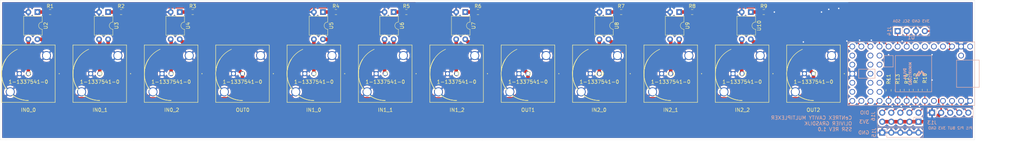
<source format=kicad_pcb>
(kicad_pcb (version 20171130) (host pcbnew "(5.1.5)-3")
  (layers (0 F.Cu signal) (31 B.Cu signal) (34 B.Paste user) (35 F.Paste user) (36 B.SilkS user) (37 F.SilkS user) (38 B.Mask user) (39 F.Mask user) (44 Edge.Cuts user))
  (net 0 "")
  (net 1 GND)
  (net 2 OUT0)
  (net 3 IN0_0)
  (net 4 IN0_1)
  (net 5 IN0_2)
  (net 6 OUT1)
  (net 7 IN1_0)
  (net 8 IN1_1)
  (net 9 IN1_2)
  (net 10 OUT2)
  (net 11 IN2_0)
  (net 12 IN2_1)
  (net 13 IN2_2)
  (net 14 PIN1)
  (net 15 PIN2)
  (net 16 PUSHBUTTON)
  (net 17 +3V3)
  (net 18 SCL_DISPLAY)
  (net 19 SDA_DISPLAY)
  (net 20 DIO4)
  (net 21 DIO3)
  (net 22 DIO2)
  (net 23 DIO1)
  (net 24 DIO0)
  (net 25 ENABLE0_0)
  (net 26 "Net-(R1-Pad1)")
  (net 27 ENABLE0_1)
  (net 28 "Net-(R2-Pad1)")
  (net 29 ENABLE0_2)
  (net 30 "Net-(R3-Pad1)")
  (net 31 ENABLE1_0)
  (net 32 "Net-(R4-Pad1)")
  (net 33 ENABLE1_1)
  (net 34 "Net-(R5-Pad1)")
  (net 35 ENABLE1_2)
  (net 36 "Net-(R6-Pad1)")
  (net 37 ENABLE2_0)
  (net 38 "Net-(R7-Pad1)")
  (net 39 ENABLE2_1)
  (net 40 "Net-(R8-Pad1)")
  (net 41 ENABLE2_2)
  (net 42 "Net-(R9-Pad1)")
  (net 43 "Net-(U1-Pad44)")
  (net 44 "Net-(U1-Pad43)")
  (net 45 "Net-(U1-Pad42)")
  (net 46 "Net-(U1-Pad41)")
  (net 47 "Net-(U1-Pad40)")
  (net 48 "Net-(U1-Pad39)")
  (net 49 "Net-(U1-Pad38)")
  (net 50 "Net-(U1-Pad37)")
  (net 51 "Net-(U1-Pad36)")
  (net 52 "Net-(U1-Pad35)")
  (net 53 "Net-(U1-Pad5)")
  (net 54 "Net-(U1-Pad34)")
  (net 55 "Net-(U1-Pad33)")
  (net 56 "Net-(U1-Pad30)")
  (net 57 "Net-(U1-Pad29)")
  (net 58 "Net-(U1-Pad28)")
  (net 59 "Net-(U1-Pad27)")
  (net 60 "Net-(U1-Pad15)")
  (net 61 "Net-(U1-Pad16)")
  (net 62 "Net-(U1-Pad19)")
  (net 63 "Net-(U1-Pad18)")
  (module Resistor_SMD:R_0805_2012Metric (layer F.Cu) (at 130.556 118.11)
    (fp_text reference R5 (at 0 -1.65) (layer F.SilkS))
    (fp_text value R220)
    (pad 2 smd roundrect (at 0.9375 0) (size 0.975 1.4) (layers F.Cu F.Paste F.Mask) (net 33 ENABLE1_1))
    (pad 1 smd roundrect (at -0.9375 0) (size 0.975 1.4) (layers F.Cu F.Paste F.Mask) (net 34 "Net-(R5-Pad1)"))
  )
  (module Resistor_SMD:R_0805_2012Metric (layer F.Cu) (at 230.7105 118.11)
    (fp_text reference R9 (at 0 -1.65) (layer F.SilkS))
    (fp_text value R220)
    (pad 2 smd roundrect (at 0.9375 0) (size 0.975 1.4) (layers F.Cu F.Paste F.Mask) (net 41 ENABLE2_2))
    (pad 1 smd roundrect (at -0.9375 0) (size 0.975 1.4) (layers F.Cu F.Paste F.Mask) (net 42 "Net-(R9-Pad1)"))
  )
  (module Resistor_SMD:R_0805_2012Metric (layer F.Cu) (at 210.6445 118.11)
    (fp_text reference R8 (at 0 -1.65) (layer F.SilkS))
    (fp_text value R220)
    (pad 2 smd roundrect (at 0.9375 0) (size 0.975 1.4) (layers F.Cu F.Paste F.Mask) (net 39 ENABLE2_1))
    (pad 1 smd roundrect (at -0.9375 0) (size 0.975 1.4) (layers F.Cu F.Paste F.Mask) (net 40 "Net-(R8-Pad1)"))
  )
  (module Package_DIP:DIP-4_W7.62mm (layer F.Cu) (at 227.076 118.11 270)
    (fp_text reference U10 (at 3.81 -2.33 90) (layer F.SilkS))
    (fp_text value TLP222A)
    (pad 4 thru_hole oval (at 7.62 0 270) (size 1.6 1.6) (drill 0.8) (layers *.Cu *.Mask) (net 10 OUT2))
    (pad 2 thru_hole oval (at 0 2.54 270) (size 1.6 1.6) (drill 0.8) (layers *.Cu *.Mask) (net 1 GND))
    (pad 3 thru_hole oval (at 7.62 2.54 270) (size 1.6 1.6) (drill 0.8) (layers *.Cu *.Mask) (net 13 IN2_2))
    (pad 1 thru_hole rect (at 0 0 270) (size 1.6 1.6) (drill 0.8) (layers *.Cu *.Mask) (net 42 "Net-(R9-Pad1)"))
  )
  (module Package_DIP:DIP-4_W7.62mm (layer F.Cu) (at 207.01 118.11 270)
    (fp_text reference U9 (at 3.81 -2.33 90) (layer F.SilkS))
    (fp_text value TLP222A)
    (pad 4 thru_hole oval (at 7.62 0 270) (size 1.6 1.6) (drill 0.8) (layers *.Cu *.Mask) (net 10 OUT2))
    (pad 2 thru_hole oval (at 0 2.54 270) (size 1.6 1.6) (drill 0.8) (layers *.Cu *.Mask) (net 1 GND))
    (pad 3 thru_hole oval (at 7.62 2.54 270) (size 1.6 1.6) (drill 0.8) (layers *.Cu *.Mask) (net 12 IN2_1))
    (pad 1 thru_hole rect (at 0 0 270) (size 1.6 1.6) (drill 0.8) (layers *.Cu *.Mask) (net 40 "Net-(R8-Pad1)"))
  )
  (module Package_DIP:DIP-4_W7.62mm (layer F.Cu) (at 187.198 118.11 270)
    (fp_text reference U8 (at 3.81 -2.33 90) (layer F.SilkS))
    (fp_text value TLP222A)
    (pad 4 thru_hole oval (at 7.62 0 270) (size 1.6 1.6) (drill 0.8) (layers *.Cu *.Mask) (net 10 OUT2))
    (pad 2 thru_hole oval (at 0 2.54 270) (size 1.6 1.6) (drill 0.8) (layers *.Cu *.Mask) (net 1 GND))
    (pad 3 thru_hole oval (at 7.62 2.54 270) (size 1.6 1.6) (drill 0.8) (layers *.Cu *.Mask) (net 11 IN2_0))
    (pad 1 thru_hole rect (at 0 0 270) (size 1.6 1.6) (drill 0.8) (layers *.Cu *.Mask) (net 38 "Net-(R7-Pad1)"))
  )
  (module Package_DIP:DIP-4_W7.62mm (layer F.Cu) (at 147.066 118.11 270)
    (fp_text reference U7 (at 3.81 -2.33 90) (layer F.SilkS))
    (fp_text value TLP222A)
    (pad 4 thru_hole oval (at 7.62 0 270) (size 1.6 1.6) (drill 0.8) (layers *.Cu *.Mask) (net 6 OUT1))
    (pad 2 thru_hole oval (at 0 2.54 270) (size 1.6 1.6) (drill 0.8) (layers *.Cu *.Mask) (net 1 GND))
    (pad 3 thru_hole oval (at 7.62 2.54 270) (size 1.6 1.6) (drill 0.8) (layers *.Cu *.Mask) (net 9 IN1_2))
    (pad 1 thru_hole rect (at 0 0 270) (size 1.6 1.6) (drill 0.8) (layers *.Cu *.Mask) (net 36 "Net-(R6-Pad1)"))
  )
  (module Package_DIP:DIP-4_W7.62mm (layer F.Cu) (at 127 118.11 270)
    (fp_text reference U6 (at 3.81 -2.33 90) (layer F.SilkS))
    (fp_text value TLP222A)
    (pad 4 thru_hole oval (at 7.62 0 270) (size 1.6 1.6) (drill 0.8) (layers *.Cu *.Mask) (net 6 OUT1))
    (pad 2 thru_hole oval (at 0 2.54 270) (size 1.6 1.6) (drill 0.8) (layers *.Cu *.Mask) (net 1 GND))
    (pad 3 thru_hole oval (at 7.62 2.54 270) (size 1.6 1.6) (drill 0.8) (layers *.Cu *.Mask) (net 8 IN1_1))
    (pad 1 thru_hole rect (at 0 0 270) (size 1.6 1.6) (drill 0.8) (layers *.Cu *.Mask) (net 34 "Net-(R5-Pad1)"))
  )
  (module Package_DIP:DIP-4_W7.62mm (layer F.Cu) (at 107.188 118.11 270)
    (fp_text reference U5 (at 3.81 -2.33 90) (layer F.SilkS))
    (fp_text value TLP222A)
    (pad 4 thru_hole oval (at 7.62 0 270) (size 1.6 1.6) (drill 0.8) (layers *.Cu *.Mask) (net 6 OUT1))
    (pad 2 thru_hole oval (at 0 2.54 270) (size 1.6 1.6) (drill 0.8) (layers *.Cu *.Mask) (net 1 GND))
    (pad 3 thru_hole oval (at 7.62 2.54 270) (size 1.6 1.6) (drill 0.8) (layers *.Cu *.Mask) (net 7 IN1_0))
    (pad 1 thru_hole rect (at 0 0 270) (size 1.6 1.6) (drill 0.8) (layers *.Cu *.Mask) (net 32 "Net-(R4-Pad1)"))
  )
  (module Package_DIP:DIP-4_W7.62mm (layer F.Cu) (at 67.056 118.11 270)
    (fp_text reference U4 (at 3.81 -2.33 90) (layer F.SilkS))
    (fp_text value TLP222A)
    (pad 4 thru_hole oval (at 7.62 0 270) (size 1.6 1.6) (drill 0.8) (layers *.Cu *.Mask) (net 2 OUT0))
    (pad 2 thru_hole oval (at 0 2.54 270) (size 1.6 1.6) (drill 0.8) (layers *.Cu *.Mask) (net 1 GND))
    (pad 3 thru_hole oval (at 7.62 2.54 270) (size 1.6 1.6) (drill 0.8) (layers *.Cu *.Mask) (net 5 IN0_2))
    (pad 1 thru_hole rect (at 0 0 270) (size 1.6 1.6) (drill 0.8) (layers *.Cu *.Mask) (net 30 "Net-(R3-Pad1)"))
  )
  (module Package_DIP:DIP-4_W7.62mm (layer F.Cu) (at 46.99 118.11 270)
    (fp_text reference U3 (at 3.81 -2.33 90) (layer F.SilkS))
    (fp_text value TLP222A)
    (pad 4 thru_hole oval (at 7.62 0 270) (size 1.6 1.6) (drill 0.8) (layers *.Cu *.Mask) (net 2 OUT0))
    (pad 2 thru_hole oval (at 0 2.54 270) (size 1.6 1.6) (drill 0.8) (layers *.Cu *.Mask) (net 1 GND))
    (pad 3 thru_hole oval (at 7.62 2.54 270) (size 1.6 1.6) (drill 0.8) (layers *.Cu *.Mask) (net 4 IN0_1))
    (pad 1 thru_hole rect (at 0 0 270) (size 1.6 1.6) (drill 0.8) (layers *.Cu *.Mask) (net 28 "Net-(R2-Pad1)"))
  )
  (module Package_DIP:DIP-4_W7.62mm (layer F.Cu) (at 27.178 118.11 270)
    (fp_text reference U2 (at 3.81 -2.33 90) (layer F.SilkS))
    (fp_text value TLP222A)
    (pad 4 thru_hole oval (at 7.62 0 270) (size 1.6 1.6) (drill 0.8) (layers *.Cu *.Mask) (net 2 OUT0))
    (pad 2 thru_hole oval (at 0 2.54 270) (size 1.6 1.6) (drill 0.8) (layers *.Cu *.Mask) (net 1 GND))
    (pad 3 thru_hole oval (at 7.62 2.54 270) (size 1.6 1.6) (drill 0.8) (layers *.Cu *.Mask) (net 3 IN0_0))
    (pad 1 thru_hole rect (at 0 0 270) (size 1.6 1.6) (drill 0.8) (layers *.Cu *.Mask) (net 26 "Net-(R1-Pad1)"))
  )
  (module parts:Teensy40 (layer B.Cu) (at 272.034 135.382 180)
    (fp_text reference U1 (at 0 10.16) (layer B.SilkS) (effects (justify mirror)))
    (fp_text value Teensy4.0)
    (fp_text user DVL6A (at 1.778 0 -90) (layer B.SilkS) (effects (font (size 0.7 0.7)) (justify mirror)))
    (fp_text user MIMXRT1062 (at 0.254 0 -90) (layer B.SilkS) (effects (font (size 0.7 0.7)) (justify mirror)))
    (pad 44 thru_hole circle (at 8.89 -5.08 180) (size 1.6 1.6) (drill 1.1) (layers *.Cu *.Mask) (net 43 "Net-(U1-Pad44)"))
    (pad 43 thru_hole circle (at 11.43 -5.08 180) (size 1.6 1.6) (drill 1.1) (layers *.Cu *.Mask) (net 44 "Net-(U1-Pad43)"))
    (pad 42 thru_hole circle (at 8.89 -2.54 180) (size 1.6 1.6) (drill 1.1) (layers *.Cu *.Mask) (net 45 "Net-(U1-Pad42)"))
    (pad 41 thru_hole circle (at 11.43 -2.54 180) (size 1.6 1.6) (drill 1.1) (layers *.Cu *.Mask) (net 46 "Net-(U1-Pad41)"))
    (pad 40 thru_hole circle (at 8.89 0 180) (size 1.6 1.6) (drill 1.1) (layers *.Cu *.Mask) (net 47 "Net-(U1-Pad40)"))
    (pad 39 thru_hole circle (at 11.43 0 180) (size 1.6 1.6) (drill 1.1) (layers *.Cu *.Mask) (net 48 "Net-(U1-Pad39)"))
    (pad 38 thru_hole circle (at 8.89 2.54 180) (size 1.6 1.6) (drill 1.1) (layers *.Cu *.Mask) (net 49 "Net-(U1-Pad38)"))
    (pad 37 thru_hole circle (at 11.43 2.54 180) (size 1.6 1.6) (drill 1.1) (layers *.Cu *.Mask) (net 50 "Net-(U1-Pad37)"))
    (pad 36 thru_hole circle (at 8.89 5.08 180) (size 1.6 1.6) (drill 1.1) (layers *.Cu *.Mask) (net 51 "Net-(U1-Pad36)"))
    (pad 35 thru_hole circle (at 11.43 5.08 180) (size 1.6 1.6) (drill 1.1) (layers *.Cu *.Mask) (net 52 "Net-(U1-Pad35)"))
    (pad 1 thru_hole circle (at -16.51 -7.62 180) (size 1.6 1.6) (drill 1.1) (layers *.Cu *.Mask) (net 1 GND))
    (pad 2 thru_hole circle (at -13.97 -7.62 180) (size 1.6 1.6) (drill 1.1) (layers *.Cu *.Mask) (net 14 PIN1))
    (pad 3 thru_hole circle (at -11.43 -7.62 180) (size 1.6 1.6) (drill 1.1) (layers *.Cu *.Mask) (net 15 PIN2))
    (pad 4 thru_hole circle (at -8.89 -7.62 180) (size 1.6 1.6) (drill 1.1) (layers *.Cu *.Mask) (net 16 PUSHBUTTON))
    (pad 5 thru_hole circle (at -6.35 -7.62 180) (size 1.6 1.6) (drill 1.1) (layers *.Cu *.Mask) (net 53 "Net-(U1-Pad5)"))
    (pad 6 thru_hole circle (at -3.81 -7.62 180) (size 1.6 1.6) (drill 1.1) (layers *.Cu *.Mask) (net 24 DIO0))
    (pad 7 thru_hole circle (at -1.27 -7.62 180) (size 1.6 1.6) (drill 1.1) (layers *.Cu *.Mask) (net 23 DIO1))
    (pad 8 thru_hole circle (at 1.27 -7.62 180) (size 1.6 1.6) (drill 1.1) (layers *.Cu *.Mask) (net 22 DIO2))
    (pad 9 thru_hole circle (at 3.81 -7.62 180) (size 1.6 1.6) (drill 1.1) (layers *.Cu *.Mask) (net 21 DIO3))
    (pad 10 thru_hole circle (at 6.35 -7.62 180) (size 1.6 1.6) (drill 1.1) (layers *.Cu *.Mask) (net 20 DIO4))
    (pad 11 thru_hole circle (at 8.89 -7.62 180) (size 1.6 1.6) (drill 1.1) (layers *.Cu *.Mask) (net 29 ENABLE0_2))
    (pad 12 thru_hole circle (at 11.43 -7.62 180) (size 1.6 1.6) (drill 1.1) (layers *.Cu *.Mask) (net 27 ENABLE0_1))
    (pad 13 thru_hole circle (at 13.97 -7.62 180) (size 1.6 1.6) (drill 1.1) (layers *.Cu *.Mask) (net 25 ENABLE0_0))
    (pad 34 thru_hole circle (at -13.97 5.08 180) (size 1.6 1.6) (drill 1.1) (layers *.Cu *.Mask) (net 54 "Net-(U1-Pad34)"))
    (pad 33 thru_hole circle (at -16.51 7.62 180) (size 1.6 1.6) (drill 1.1) (layers *.Cu *.Mask) (net 55 "Net-(U1-Pad33)"))
    (pad 32 thru_hole circle (at -13.97 7.62 180) (size 1.6 1.6) (drill 1.1) (layers *.Cu *.Mask) (net 1 GND))
    (pad 31 thru_hole circle (at -11.43 7.62 180) (size 1.6 1.6) (drill 1.1) (layers *.Cu *.Mask) (net 17 +3V3))
    (pad 30 thru_hole circle (at -8.89 7.62 180) (size 1.6 1.6) (drill 1.1) (layers *.Cu *.Mask) (net 56 "Net-(U1-Pad30)"))
    (pad 29 thru_hole circle (at -6.35 7.62 180) (size 1.6 1.6) (drill 1.1) (layers *.Cu *.Mask) (net 57 "Net-(U1-Pad29)"))
    (pad 28 thru_hole circle (at -3.81 7.62 180) (size 1.6 1.6) (drill 1.1) (layers *.Cu *.Mask) (net 58 "Net-(U1-Pad28)"))
    (pad 27 thru_hole circle (at -1.27 7.62 180) (size 1.6 1.6) (drill 1.1) (layers *.Cu *.Mask) (net 59 "Net-(U1-Pad27)"))
    (pad 26 thru_hole circle (at 1.27 7.62 180) (size 1.6 1.6) (drill 1.1) (layers *.Cu *.Mask) (net 18 SCL_DISPLAY))
    (pad 25 thru_hole circle (at 3.81 7.62 180) (size 1.6 1.6) (drill 1.1) (layers *.Cu *.Mask) (net 19 SDA_DISPLAY))
    (pad 24 thru_hole circle (at 6.35 7.62 180) (size 1.6 1.6) (drill 1.1) (layers *.Cu *.Mask) (net 33 ENABLE1_1))
    (pad 23 thru_hole circle (at 8.89 7.62 180) (size 1.6 1.6) (drill 1.1) (layers *.Cu *.Mask) (net 35 ENABLE1_2))
    (pad 22 thru_hole circle (at 11.43 7.62 180) (size 1.6 1.6) (drill 1.1) (layers *.Cu *.Mask) (net 37 ENABLE2_0))
    (pad 21 thru_hole circle (at 13.97 7.62 180) (size 1.6 1.6) (drill 1.1) (layers *.Cu *.Mask) (net 39 ENABLE2_1))
    (pad 14 thru_hole circle (at 16.51 -7.62 180) (size 1.6 1.6) (drill 1.1) (layers *.Cu *.Mask) (net 31 ENABLE1_0))
    (pad 15 thru_hole circle (at 16.51 -5.08 180) (size 1.6 1.6) (drill 1.1) (layers *.Cu *.Mask) (net 60 "Net-(U1-Pad15)"))
    (pad 16 thru_hole circle (at 16.51 -2.54 180) (size 1.6 1.6) (drill 1.1) (layers *.Cu *.Mask) (net 61 "Net-(U1-Pad16)"))
    (pad 20 thru_hole circle (at 16.51 7.62 180) (size 1.6 1.6) (drill 1.1) (layers *.Cu *.Mask) (net 41 ENABLE2_2))
    (pad 19 thru_hole circle (at 16.51 5.08 180) (size 1.6 1.6) (drill 1.1) (layers *.Cu *.Mask) (net 62 "Net-(U1-Pad19)"))
    (pad 18 thru_hole circle (at 16.51 2.54 180) (size 1.6 1.6) (drill 1.1) (layers *.Cu *.Mask) (net 63 "Net-(U1-Pad18)"))
    (pad 17 thru_hole circle (at 16.51 0 180) (size 1.6 1.6) (drill 1.1) (layers *.Cu *.Mask) (net 1 GND))
  )
  (module Resistor_SMD:R_0805_2012Metric (layer F.Cu) (at 270.764 139.954 270)
    (fp_text reference R14 (at -3.1265 0 90) (layer F.SilkS))
    (fp_text value R1K)
    (pad 2 smd roundrect (at 0.9375 0 270) (size 0.975 1.4) (layers F.Cu F.Paste F.Mask) (net 22 DIO2))
    (pad 1 smd roundrect (at -0.9375 0 270) (size 0.975 1.4) (layers F.Cu F.Paste F.Mask) (net 1 GND))
  )
  (module Resistor_SMD:R_0805_2012Metric (layer F.Cu) (at 268.224 140.0325 270)
    (fp_text reference R13 (at -3.1265 0 270) (layer F.SilkS))
    (fp_text value R1K)
    (pad 2 smd roundrect (at 0.9375 0 270) (size 0.975 1.4) (layers F.Cu F.Paste F.Mask) (net 21 DIO3))
    (pad 1 smd roundrect (at -0.9375 0 270) (size 0.975 1.4) (layers F.Cu F.Paste F.Mask) (net 1 GND))
  )
  (module Resistor_SMD:R_0805_2012Metric (layer F.Cu) (at 273.304 139.954 270)
    (fp_text reference R12 (at -3.302 0 270) (layer F.SilkS))
    (fp_text value R1K)
    (pad 2 smd roundrect (at 0.9375 0 270) (size 0.975 1.4) (layers F.Cu F.Paste F.Mask) (net 23 DIO1))
    (pad 1 smd roundrect (at -0.9375 0 270) (size 0.975 1.4) (layers F.Cu F.Paste F.Mask) (net 1 GND))
  )
  (module Resistor_SMD:R_0805_2012Metric (layer F.Cu) (at 265.684 140.0325 270)
    (fp_text reference R11 (at -3.1265 0 90) (layer F.SilkS))
    (fp_text value R1K)
    (pad 2 smd roundrect (at 0.9375 0 270) (size 0.975 1.4) (layers F.Cu F.Paste F.Mask) (net 20 DIO4))
    (pad 1 smd roundrect (at -0.9375 0 270) (size 0.975 1.4) (layers F.Cu F.Paste F.Mask) (net 1 GND))
  )
  (module Resistor_SMD:R_0805_2012Metric (layer F.Cu) (at 275.844 139.954 270)
    (fp_text reference R10 (at -3.302 0 90) (layer F.SilkS))
    (fp_text value R1K)
    (pad 2 smd roundrect (at 0.9375 0 270) (size 0.975 1.4) (layers F.Cu F.Paste F.Mask) (net 24 DIO0))
    (pad 1 smd roundrect (at -0.9375 0 270) (size 0.975 1.4) (layers F.Cu F.Paste F.Mask) (net 1 GND))
  )
  (module Resistor_SMD:R_0805_2012Metric (layer F.Cu) (at 190.754 118.11)
    (fp_text reference R7 (at 0 -1.65) (layer F.SilkS))
    (fp_text value R220)
    (pad 2 smd roundrect (at 0.9375 0) (size 0.975 1.4) (layers F.Cu F.Paste F.Mask) (net 37 ENABLE2_0))
    (pad 1 smd roundrect (at -0.9375 0) (size 0.975 1.4) (layers F.Cu F.Paste F.Mask) (net 38 "Net-(R7-Pad1)"))
  )
  (module Resistor_SMD:R_0805_2012Metric (layer F.Cu) (at 150.622 118.11)
    (fp_text reference R6 (at 0 -1.65) (layer F.SilkS))
    (fp_text value R220)
    (pad 2 smd roundrect (at 0.9375 0) (size 0.975 1.4) (layers F.Cu F.Paste F.Mask) (net 35 ENABLE1_2))
    (pad 1 smd roundrect (at -0.9375 0) (size 0.975 1.4) (layers F.Cu F.Paste F.Mask) (net 36 "Net-(R6-Pad1)"))
  )
  (module Resistor_SMD:R_0805_2012Metric (layer F.Cu) (at 110.8225 118.11)
    (fp_text reference R4 (at 0 -1.65) (layer F.SilkS))
    (fp_text value R220)
    (pad 2 smd roundrect (at 0.9375 0) (size 0.975 1.4) (layers F.Cu F.Paste F.Mask) (net 31 ENABLE1_0))
    (pad 1 smd roundrect (at -0.9375 0) (size 0.975 1.4) (layers F.Cu F.Paste F.Mask) (net 32 "Net-(R4-Pad1)"))
  )
  (module Resistor_SMD:R_0805_2012Metric (layer F.Cu) (at 70.6905 118.11)
    (fp_text reference R3 (at 0 -1.65) (layer F.SilkS))
    (fp_text value R220)
    (pad 2 smd roundrect (at 0.9375 0) (size 0.975 1.4) (layers F.Cu F.Paste F.Mask) (net 29 ENABLE0_2))
    (pad 1 smd roundrect (at -0.9375 0) (size 0.975 1.4) (layers F.Cu F.Paste F.Mask) (net 30 "Net-(R3-Pad1)"))
  )
  (module Resistor_SMD:R_0805_2012Metric (layer F.Cu) (at 50.6245 118.11)
    (fp_text reference R2 (at 0 -1.65) (layer F.SilkS))
    (fp_text value R220)
    (pad 2 smd roundrect (at 0.9375 0) (size 0.975 1.4) (layers F.Cu F.Paste F.Mask) (net 27 ENABLE0_1))
    (pad 1 smd roundrect (at -0.9375 0) (size 0.975 1.4) (layers F.Cu F.Paste F.Mask) (net 28 "Net-(R2-Pad1)"))
  )
  (module Resistor_SMD:R_0805_2012Metric (layer F.Cu) (at 30.734 118.11)
    (fp_text reference R1 (at 0 -1.65) (layer F.SilkS))
    (fp_text value R220)
    (pad 2 smd roundrect (at 0.9375 0) (size 0.975 1.4) (layers F.Cu F.Paste F.Mask) (net 25 ENABLE0_0))
    (pad 1 smd roundrect (at -0.9375 0) (size 0.975 1.4) (layers F.Cu F.Paste F.Mask) (net 26 "Net-(R1-Pad1)"))
  )
  (module Connector_PinHeader_2.54mm:PinHeader_2x05_P2.54mm_Vertical (layer B.Cu) (at 274.066 148.844 90)
    (fp_text reference J16 (at 1.524 -12.7 270) (layer B.SilkS) (effects (justify mirror)))
    (fp_text value Conn_02x05_Odd_Even)
    (pad 10 thru_hole oval (at 2.54 -10.16 90) (size 1.7 1.7) (drill 1) (layers *.Cu *.Mask) (net 20 DIO4))
    (pad 9 thru_hole oval (at 0 -10.16 90) (size 1.7 1.7) (drill 1) (layers *.Cu *.Mask) (net 17 +3V3))
    (pad 8 thru_hole oval (at 2.54 -7.62 90) (size 1.7 1.7) (drill 1) (layers *.Cu *.Mask) (net 21 DIO3))
    (pad 7 thru_hole oval (at 0 -7.62 90) (size 1.7 1.7) (drill 1) (layers *.Cu *.Mask) (net 17 +3V3))
    (pad 6 thru_hole oval (at 2.54 -5.08 90) (size 1.7 1.7) (drill 1) (layers *.Cu *.Mask) (net 22 DIO2))
    (pad 5 thru_hole oval (at 0 -5.08 90) (size 1.7 1.7) (drill 1) (layers *.Cu *.Mask) (net 17 +3V3))
    (pad 4 thru_hole oval (at 2.54 -2.54 90) (size 1.7 1.7) (drill 1) (layers *.Cu *.Mask) (net 23 DIO1))
    (pad 3 thru_hole oval (at 0 -2.54 90) (size 1.7 1.7) (drill 1) (layers *.Cu *.Mask) (net 17 +3V3))
    (pad 2 thru_hole oval (at 2.54 0 90) (size 1.7 1.7) (drill 1) (layers *.Cu *.Mask) (net 24 DIO0))
    (pad 1 thru_hole rect (at 0 0 90) (size 1.7 1.7) (drill 1) (layers *.Cu *.Mask) (net 17 +3V3))
  )
  (module Connector_PinHeader_2.54mm:PinHeader_1x05_P2.54mm_Vertical (layer B.Cu) (at 263.906 151.892 270)
    (fp_text reference J15 (at 0 2.33 270) (layer B.SilkS) (effects (justify mirror)))
    (fp_text value Conn_01x05)
    (pad 5 thru_hole oval (at 0 -10.16 270) (size 1.7 1.7) (drill 1) (layers *.Cu *.Mask) (net 1 GND))
    (pad 4 thru_hole oval (at 0 -7.62 270) (size 1.7 1.7) (drill 1) (layers *.Cu *.Mask) (net 1 GND))
    (pad 3 thru_hole oval (at 0 -5.08 270) (size 1.7 1.7) (drill 1) (layers *.Cu *.Mask) (net 1 GND))
    (pad 2 thru_hole oval (at 0 -2.54 270) (size 1.7 1.7) (drill 1) (layers *.Cu *.Mask) (net 1 GND))
    (pad 1 thru_hole rect (at 0 0 270) (size 1.7 1.7) (drill 1) (layers *.Cu *.Mask) (net 1 GND))
  )
  (module Connector_PinHeader_2.54mm:PinHeader_1x04_P2.54mm_Vertical (layer B.Cu) (at 268.224 123.444 270)
    (fp_text reference J14 (at 0 2.33 270) (layer B.SilkS) (effects (justify mirror)))
    (fp_text value Conn_01x04)
    (pad 4 thru_hole oval (at 0 -7.62 270) (size 1.7 1.7) (drill 1) (layers *.Cu *.Mask) (net 17 +3V3))
    (pad 3 thru_hole oval (at 0 -5.08 270) (size 1.7 1.7) (drill 1) (layers *.Cu *.Mask) (net 1 GND))
    (pad 2 thru_hole oval (at 0 -2.54 270) (size 1.7 1.7) (drill 1) (layers *.Cu *.Mask) (net 18 SCL_DISPLAY))
    (pad 1 thru_hole rect (at 0 0 270) (size 1.7 1.7) (drill 1) (layers *.Cu *.Mask) (net 19 SDA_DISPLAY))
  )
  (module Connector_PinHeader_2.54mm:PinHeader_1x05_P2.54mm_Vertical (layer B.Cu) (at 277.876 146.304 270)
    (fp_text reference J13 (at 2.794 0) (layer B.SilkS) (effects (justify mirror)))
    (fp_text value Conn_01x05)
    (pad 5 thru_hole oval (at 0 -10.16 270) (size 1.7 1.7) (drill 1) (layers *.Cu *.Mask) (net 14 PIN1))
    (pad 4 thru_hole oval (at 0 -7.62 270) (size 1.7 1.7) (drill 1) (layers *.Cu *.Mask) (net 15 PIN2))
    (pad 3 thru_hole oval (at 0 -5.08 270) (size 1.7 1.7) (drill 1) (layers *.Cu *.Mask) (net 16 PUSHBUTTON))
    (pad 2 thru_hole oval (at 0 -2.54 270) (size 1.7 1.7) (drill 1) (layers *.Cu *.Mask) (net 17 +3V3))
    (pad 1 thru_hole rect (at 0 0 270) (size 1.7 1.7) (drill 1) (layers *.Cu *.Mask) (net 1 GND))
  )
  (module parts:1-1337541-0 (layer F.Cu) (at 224.638 135.382)
    (fp_text reference J12 (at 0 0) (layer F.SilkS))
    (fp_text value 1-1337541-0 (at 0 2.286) (layer F.SilkS))
    (fp_text user * (at 0 0) (layer F.SilkS))
    (pad 4 thru_hole circle (at 5.08 -5.08) (size 2.5146 2.5146) (drill 2.0066) (layers *.Cu *.Mask) (net 1 GND))
    (pad 3 thru_hole circle (at -5.08 5.08) (size 2.5146 2.5146) (drill 2.0066) (layers *.Cu *.Mask) (net 1 GND))
    (pad 2 thru_hole circle (at -2.54 0) (size 1.397 1.397) (drill 0.889) (layers *.Cu *.Mask) (net 1 GND))
    (pad 1 thru_hole circle (at 0 0) (size 1.397 1.397) (drill 0.889) (layers *.Cu *.Mask) (net 13 IN2_2))
  )
  (module parts:1-1337541-0 (layer F.Cu) (at 204.638 135.382)
    (fp_text reference J11 (at 0 0) (layer F.SilkS))
    (fp_text value 1-1337541-0 (at 0 2.286) (layer F.SilkS))
    (fp_text user * (at 0 0) (layer F.SilkS))
    (pad 4 thru_hole circle (at 5.08 -5.08) (size 2.5146 2.5146) (drill 2.0066) (layers *.Cu *.Mask) (net 1 GND))
    (pad 3 thru_hole circle (at -5.08 5.08) (size 2.5146 2.5146) (drill 2.0066) (layers *.Cu *.Mask) (net 1 GND))
    (pad 2 thru_hole circle (at -2.54 0) (size 1.397 1.397) (drill 0.889) (layers *.Cu *.Mask) (net 1 GND))
    (pad 1 thru_hole circle (at 0 0) (size 1.397 1.397) (drill 0.889) (layers *.Cu *.Mask) (net 12 IN2_1))
  )
  (module parts:1-1337541-0 (layer F.Cu) (at 184.638 135.382)
    (fp_text reference J10 (at 0 0) (layer F.SilkS))
    (fp_text value 1-1337541-0 (at 0 2.286) (layer F.SilkS))
    (fp_text user * (at 0 0) (layer F.SilkS))
    (pad 4 thru_hole circle (at 5.08 -5.08) (size 2.5146 2.5146) (drill 2.0066) (layers *.Cu *.Mask) (net 1 GND))
    (pad 3 thru_hole circle (at -5.08 5.08) (size 2.5146 2.5146) (drill 2.0066) (layers *.Cu *.Mask) (net 1 GND))
    (pad 2 thru_hole circle (at -2.54 0) (size 1.397 1.397) (drill 0.889) (layers *.Cu *.Mask) (net 1 GND))
    (pad 1 thru_hole circle (at 0 0) (size 1.397 1.397) (drill 0.889) (layers *.Cu *.Mask) (net 11 IN2_0))
  )
  (module parts:1-1337541-0 (layer F.Cu) (at 244.638 135.382)
    (fp_text reference J9 (at 0 0) (layer F.SilkS))
    (fp_text value 1-1337541-0 (at 0 2.286) (layer F.SilkS))
    (fp_text user * (at 0 0) (layer F.SilkS))
    (pad 4 thru_hole circle (at 5.08 -5.08) (size 2.5146 2.5146) (drill 2.0066) (layers *.Cu *.Mask) (net 1 GND))
    (pad 3 thru_hole circle (at -5.08 5.08) (size 2.5146 2.5146) (drill 2.0066) (layers *.Cu *.Mask) (net 1 GND))
    (pad 2 thru_hole circle (at -2.54 0) (size 1.397 1.397) (drill 0.889) (layers *.Cu *.Mask) (net 1 GND))
    (pad 1 thru_hole circle (at 0 0) (size 1.397 1.397) (drill 0.889) (layers *.Cu *.Mask) (net 10 OUT2))
  )
  (module parts:1-1337541-0 (layer F.Cu) (at 144.638 135.382)
    (fp_text reference J8 (at 0 0) (layer F.SilkS))
    (fp_text value 1-1337541-0 (at 0 2.286) (layer F.SilkS))
    (fp_text user * (at 0 0) (layer F.SilkS))
    (pad 4 thru_hole circle (at 5.08 -5.08) (size 2.5146 2.5146) (drill 2.0066) (layers *.Cu *.Mask) (net 1 GND))
    (pad 3 thru_hole circle (at -5.08 5.08) (size 2.5146 2.5146) (drill 2.0066) (layers *.Cu *.Mask) (net 1 GND))
    (pad 2 thru_hole circle (at -2.54 0) (size 1.397 1.397) (drill 0.889) (layers *.Cu *.Mask) (net 1 GND))
    (pad 1 thru_hole circle (at 0 0) (size 1.397 1.397) (drill 0.889) (layers *.Cu *.Mask) (net 9 IN1_2))
  )
  (module parts:1-1337541-0 (layer F.Cu) (at 124.638 135.382)
    (fp_text reference J7 (at 0 0) (layer F.SilkS))
    (fp_text value 1-1337541-0 (at 0 2.286) (layer F.SilkS))
    (fp_text user * (at 0 0) (layer F.SilkS))
    (pad 4 thru_hole circle (at 5.08 -5.08) (size 2.5146 2.5146) (drill 2.0066) (layers *.Cu *.Mask) (net 1 GND))
    (pad 3 thru_hole circle (at -5.08 5.08) (size 2.5146 2.5146) (drill 2.0066) (layers *.Cu *.Mask) (net 1 GND))
    (pad 2 thru_hole circle (at -2.54 0) (size 1.397 1.397) (drill 0.889) (layers *.Cu *.Mask) (net 1 GND))
    (pad 1 thru_hole circle (at 0 0) (size 1.397 1.397) (drill 0.889) (layers *.Cu *.Mask) (net 8 IN1_1))
  )
  (module parts:1-1337541-0 (layer F.Cu) (at 104.638 135.382)
    (fp_text reference J6 (at 0 0) (layer F.SilkS))
    (fp_text value 1-1337541-0 (at 0 2.286) (layer F.SilkS))
    (fp_text user * (at 0 0) (layer F.SilkS))
    (pad 4 thru_hole circle (at 5.08 -5.08) (size 2.5146 2.5146) (drill 2.0066) (layers *.Cu *.Mask) (net 1 GND))
    (pad 3 thru_hole circle (at -5.08 5.08) (size 2.5146 2.5146) (drill 2.0066) (layers *.Cu *.Mask) (net 1 GND))
    (pad 2 thru_hole circle (at -2.54 0) (size 1.397 1.397) (drill 0.889) (layers *.Cu *.Mask) (net 1 GND))
    (pad 1 thru_hole circle (at 0 0) (size 1.397 1.397) (drill 0.889) (layers *.Cu *.Mask) (net 7 IN1_0))
  )
  (module parts:1-1337541-0 (layer F.Cu) (at 164.638 135.382)
    (fp_text reference J5 (at 0 0) (layer F.SilkS))
    (fp_text value 1-1337541-0 (at 0 2.286) (layer F.SilkS))
    (fp_text user * (at 0 0) (layer F.SilkS))
    (pad 4 thru_hole circle (at 5.08 -5.08) (size 2.5146 2.5146) (drill 2.0066) (layers *.Cu *.Mask) (net 1 GND))
    (pad 3 thru_hole circle (at -5.08 5.08) (size 2.5146 2.5146) (drill 2.0066) (layers *.Cu *.Mask) (net 1 GND))
    (pad 2 thru_hole circle (at -2.54 0) (size 1.397 1.397) (drill 0.889) (layers *.Cu *.Mask) (net 1 GND))
    (pad 1 thru_hole circle (at 0 0) (size 1.397 1.397) (drill 0.889) (layers *.Cu *.Mask) (net 6 OUT1))
  )
  (module parts:1-1337541-0 (layer F.Cu) (at 64.638 135.382)
    (fp_text reference J4 (at 0 0) (layer F.SilkS))
    (fp_text value 1-1337541-0 (at 0 2.286) (layer F.SilkS))
    (fp_text user * (at 0 0) (layer F.SilkS))
    (pad 4 thru_hole circle (at 5.08 -5.08) (size 2.5146 2.5146) (drill 2.0066) (layers *.Cu *.Mask) (net 1 GND))
    (pad 3 thru_hole circle (at -5.08 5.08) (size 2.5146 2.5146) (drill 2.0066) (layers *.Cu *.Mask) (net 1 GND))
    (pad 2 thru_hole circle (at -2.54 0) (size 1.397 1.397) (drill 0.889) (layers *.Cu *.Mask) (net 1 GND))
    (pad 1 thru_hole circle (at 0 0) (size 1.397 1.397) (drill 0.889) (layers *.Cu *.Mask) (net 5 IN0_2))
  )
  (module parts:1-1337541-0 (layer F.Cu) (at 44.638 135.382)
    (fp_text reference J3 (at 0 0) (layer F.SilkS))
    (fp_text value 1-1337541-0 (at 0 2.286) (layer F.SilkS))
    (fp_text user * (at 0 0) (layer F.SilkS))
    (pad 4 thru_hole circle (at 5.08 -5.08) (size 2.5146 2.5146) (drill 2.0066) (layers *.Cu *.Mask) (net 1 GND))
    (pad 3 thru_hole circle (at -5.08 5.08) (size 2.5146 2.5146) (drill 2.0066) (layers *.Cu *.Mask) (net 1 GND))
    (pad 2 thru_hole circle (at -2.54 0) (size 1.397 1.397) (drill 0.889) (layers *.Cu *.Mask) (net 1 GND))
    (pad 1 thru_hole circle (at 0 0) (size 1.397 1.397) (drill 0.889) (layers *.Cu *.Mask) (net 4 IN0_1))
  )
  (module parts:1-1337541-0 (layer F.Cu) (at 24.638 135.382)
    (fp_text reference J2 (at 0 0) (layer F.SilkS))
    (fp_text value 1-1337541-0 (at 0 2.286) (layer F.SilkS))
    (fp_text user * (at 0 0) (layer F.SilkS))
    (pad 4 thru_hole circle (at 5.08 -5.08) (size 2.5146 2.5146) (drill 2.0066) (layers *.Cu *.Mask) (net 1 GND))
    (pad 3 thru_hole circle (at -5.08 5.08) (size 2.5146 2.5146) (drill 2.0066) (layers *.Cu *.Mask) (net 1 GND))
    (pad 2 thru_hole circle (at -2.54 0) (size 1.397 1.397) (drill 0.889) (layers *.Cu *.Mask) (net 1 GND))
    (pad 1 thru_hole circle (at 0 0) (size 1.397 1.397) (drill 0.889) (layers *.Cu *.Mask) (net 3 IN0_0))
  )
  (module parts:1-1337541-0 (layer F.Cu) (at 84.638 135.382)
    (fp_text reference J1 (at 0 0) (layer F.SilkS))
    (fp_text value 1-1337541-0 (at 0 2.286) (layer F.SilkS))
    (fp_text user * (at 0 0) (layer F.SilkS))
    (pad 4 thru_hole circle (at 5.08 -5.08) (size 2.5146 2.5146) (drill 2.0066) (layers *.Cu *.Mask) (net 1 GND))
    (pad 3 thru_hole circle (at -5.08 5.08) (size 2.5146 2.5146) (drill 2.0066) (layers *.Cu *.Mask) (net 1 GND))
    (pad 2 thru_hole circle (at -2.54 0) (size 1.397 1.397) (drill 0.889) (layers *.Cu *.Mask) (net 1 GND))
    (pad 1 thru_hole circle (at 0 0) (size 1.397 1.397) (drill 0.889) (layers *.Cu *.Mask) (net 2 OUT0))
  )
  (gr_text OUT2 (at 244.602 145.542) (layer F.SilkS) (effects (font (size 1 1))))
  (gr_text IN2_0 (at 184.542552 145.542) (layer F.SilkS) (effects (font (size 1 1))))
  (gr_text IN2_2 (at 224.709166 145.542) (layer F.SilkS) (effects (font (size 1 1))))
  (gr_text IN2_1 (at 204.625859 145.542) (layer F.SilkS) (effects (font (size 1 1))))
  (gr_text OUT1 (at 164.649721 145.542) (layer F.SilkS) (effects (font (size 1 1))))
  (gr_text IN1_0 (at 104.590276 145.542) (layer F.SilkS) (effects (font (size 1 1))))
  (gr_text IN1_2 (at 144.75689 145.542) (layer F.SilkS) (effects (font (size 1 1))))
  (gr_text IN1_1 (at 124.673583 145.542) (layer F.SilkS) (effects (font (size 1 1))))
  (gr_text OUT0 (at 84.697445 145.542) (layer F.SilkS) (effects (font (size 1 1))))
  (gr_text IN0_2 (at 64.804614 145.542) (layer F.SilkS) (effects (font (size 1 1))))
  (gr_text IN0_1 (at 44.721307 145.542) (layer F.SilkS) (effects (font (size 1 1))))
  (gr_text IN0_0 (at 24.638 145.542) (layer F.SilkS) (effects (font (size 1 1))))
  (gr_text "CeNTREX CAVITY MULTIPLEXER\nOLIVIER GRASDIJK\nSSR REV 1.0" (at 255.524 149.352) (layer B.SilkS) (effects (font (size 1 1)) (justify left mirror)))
  (gr_text "3V3 GND SCL SDA" (at 272.034 120.65) (layer B.SilkS) (effects (font (size 0.75 0.75) (thickness 0.12)) (justify mirror)))
  (gr_text DIO (at 260.35 146.304) (layer B.SilkS) (effects (font (size 1 1)) (justify left mirror)))
  (gr_text 3V3 (at 260.35 148.844) (layer B.SilkS) (effects (font (size 1 1)) (justify left mirror)))
  (gr_text GND (at 260.35 151.892) (layer B.SilkS) (effects (font (size 1 1)) (justify left mirror)))
  (gr_line (start 289.814 114.808) (end 289.814 130.81) (layer Edge.Cuts) (width 0.05))
  (gr_line (start 250.952 114.808) (end 289.814 114.808) (layer Edge.Cuts) (width 0.05))
  (gr_line (start 16.764 114.808) (end 250.952 114.808) (layer Edge.Cuts) (width 0.05))
  (gr_line (start 16.764 115.316) (end 16.764 114.808) (layer Edge.Cuts) (width 0.05))
  (gr_line (start 16.764 116.078) (end 16.764 115.316) (layer Edge.Cuts) (width 0.05))
  (gr_line (start 16.764 117.856) (end 16.764 116.078) (layer Edge.Cuts) (width 0.05))
  (gr_line (start 16.764 153.924) (end 16.764 117.856) (layer Edge.Cuts) (width 0.05))
  (gr_line (start 18.288 153.924) (end 16.764 153.924) (layer Edge.Cuts) (width 0.05))
  (gr_line (start 54.356 153.924) (end 18.288 153.924) (layer Edge.Cuts) (width 0.05))
  (gr_line (start 151.638 153.924) (end 54.356 153.924) (layer Edge.Cuts) (width 0.05))
  (gr_line (start 218.948 153.924) (end 151.638 153.924) (layer Edge.Cuts) (width 0.05))
  (gr_line (start 250.952 153.924) (end 218.948 153.924) (layer Edge.Cuts) (width 0.05))
  (gr_line (start 289.814 153.924) (end 250.952 153.924) (layer Edge.Cuts) (width 0.05))
  (gr_line (start 289.814 153.162) (end 289.814 153.924) (layer Edge.Cuts) (width 0.05))
  (gr_line (start 289.814 130.81) (end 289.814 153.162) (layer Edge.Cuts) (width 0.05))
  (gr_text "PI1 PI2 BUT 3V3 GND" (at 282.956 150.622) (layer B.SilkS) (effects (font (size 0.75 0.75) (thickness 0.12)) (justify mirror)))
  (via (at 233.68 118.11) (size 0.8) (drill 0.4) (layers F.Cu B.Cu) (net 1))
  (via (at 254 126.238) (size 0.8) (drill 0.4) (layers F.Cu B.Cu) (net 1))
  (via (at 241.808 126.492) (size 0.8) (drill 0.4) (layers F.Cu B.Cu) (net 1))
  (via (at 246.888 118.11) (size 0.8) (drill 0.4) (layers F.Cu B.Cu) (net 1))
  (via (at 257.556 125.984) (size 0.8) (drill 0.4) (layers F.Cu B.Cu) (net 1))
  (via (at 248.92 117.348) (size 0.8) (drill 0.4) (layers F.Cu B.Cu) (net 1))
  (via (at 251.714 117.094) (size 0.8) (drill 0.4) (layers F.Cu B.Cu) (net 1))
  (via (at 260.858 125.984) (size 0.8) (drill 0.4) (layers F.Cu B.Cu) (net 1))
  (via (at 269.494 126.238) (size 0.8) (drill 0.4) (layers F.Cu B.Cu) (net 1))
  (via (at 269.24 144.526) (size 0.8) (drill 0.4) (layers F.Cu B.Cu) (net 1))
  (via (at 271.78 144.526) (size 0.8) (drill 0.4) (layers F.Cu B.Cu) (net 1))
  (via (at 274.32 144.526) (size 0.8) (drill 0.4) (layers F.Cu B.Cu) (net 1))
  (via (at 266.7 144.526) (size 0.8) (drill 0.4) (layers F.Cu B.Cu) (net 1))
  (via (at 265.684 137.16) (size 0.8) (drill 0.4) (layers F.Cu B.Cu) (net 1))
  (via (at 277.876 137.16) (size 0.8) (drill 0.4) (layers F.Cu B.Cu) (net 1))
  (via (at 277.876 130.048) (size 0.8) (drill 0.4) (layers F.Cu B.Cu) (net 1))
  (via (at 265.684 130.048) (size 0.8) (drill 0.4) (layers F.Cu B.Cu) (net 1))
  (segment (start 28.30937 125.73) (end 35.052 132.47263) (width 1) (layer F.Cu) (net 2))
  (segment (start 27.178 125.73) (end 28.30937 125.73) (width 1) (layer F.Cu) (net 2))
  (segment (start 84.638 136.369828) (end 84.638 135.382) (width 1) (layer F.Cu) (net 2))
  (segment (start 84.638 138.278806) (end 84.638 136.369828) (width 1) (layer F.Cu) (net 2))
  (segment (start 80.497505 142.419301) (end 84.638 138.278806) (width 1) (layer F.Cu) (net 2))
  (segment (start 35.052 138.852806) (end 38.618495 142.419301) (width 1) (layer F.Cu) (net 2))
  (segment (start 35.052 132.47263) (end 35.052 138.852806) (width 1) (layer F.Cu) (net 2))
  (segment (start 83.939501 134.683501) (end 84.638 135.382) (width 1) (layer F.Cu) (net 2))
  (segment (start 75.785999 126.529999) (end 83.939501 134.683501) (width 1) (layer F.Cu) (net 2))
  (segment (start 67.855999 126.529999) (end 75.785999 126.529999) (width 1) (layer F.Cu) (net 2))
  (segment (start 67.056 125.73) (end 67.855999 126.529999) (width 1) (layer F.Cu) (net 2))
  (segment (start 46.99 130.790806) (end 58.693194 142.494) (width 1) (layer F.Cu) (net 2))
  (segment (start 58.693194 142.494) (end 60.96 142.494) (width 1) (layer F.Cu) (net 2))
  (segment (start 46.99 125.73) (end 46.99 130.790806) (width 1) (layer F.Cu) (net 2))
  (segment (start 38.618495 142.419301) (end 60.96 142.494) (width 1) (layer F.Cu) (net 2))
  (segment (start 60.96 142.494) (end 80.497505 142.419301) (width 1) (layer F.Cu) (net 2))
  (segment (start 24.638 135.382) (end 24.638 125.73) (width 1) (layer F.Cu) (net 3))
  (segment (start 44.638 125.918) (end 44.45 125.73) (width 1) (layer F.Cu) (net 4))
  (segment (start 44.638 135.382) (end 44.638 125.918) (width 1) (layer F.Cu) (net 4))
  (segment (start 64.638 125.852) (end 64.516 125.73) (width 1) (layer F.Cu) (net 5))
  (segment (start 64.638 135.382) (end 64.638 125.852) (width 1) (layer F.Cu) (net 5))
  (segment (start 108.31937 125.73) (end 114.554 131.96463) (width 1) (layer F.Cu) (net 6))
  (segment (start 107.188 125.73) (end 108.31937 125.73) (width 1) (layer F.Cu) (net 6))
  (segment (start 164.638 136.369828) (end 164.638 135.382) (width 1) (layer F.Cu) (net 6))
  (segment (start 164.638 138.278806) (end 164.638 136.369828) (width 1) (layer F.Cu) (net 6))
  (segment (start 160.497505 142.419301) (end 164.638 138.278806) (width 1) (layer F.Cu) (net 6))
  (segment (start 114.554 138.354806) (end 118.618495 142.419301) (width 1) (layer F.Cu) (net 6))
  (segment (start 114.554 131.96463) (end 114.554 138.354806) (width 1) (layer F.Cu) (net 6))
  (segment (start 138.693194 142.494) (end 140.716 142.494) (width 1) (layer F.Cu) (net 6))
  (segment (start 127 125.73) (end 127 130.800806) (width 1) (layer F.Cu) (net 6))
  (segment (start 118.618495 142.419301) (end 140.716 142.494) (width 1) (layer F.Cu) (net 6))
  (segment (start 127 130.800806) (end 138.693194 142.494) (width 1) (layer F.Cu) (net 6))
  (segment (start 140.716 142.494) (end 160.497505 142.419301) (width 1) (layer F.Cu) (net 6))
  (segment (start 163.939501 134.683501) (end 164.638 135.382) (width 1) (layer F.Cu) (net 6))
  (segment (start 155.785999 126.529999) (end 163.939501 134.683501) (width 1) (layer F.Cu) (net 6))
  (segment (start 147.865999 126.529999) (end 155.785999 126.529999) (width 1) (layer F.Cu) (net 6))
  (segment (start 147.066 125.73) (end 147.865999 126.529999) (width 1) (layer F.Cu) (net 6))
  (segment (start 104.638 125.74) (end 104.648 125.73) (width 1) (layer F.Cu) (net 7))
  (segment (start 104.638 135.382) (end 104.638 125.74) (width 1) (layer F.Cu) (net 7))
  (segment (start 124.46 135.204) (end 124.638 135.382) (width 1) (layer F.Cu) (net 8))
  (segment (start 124.46 125.73) (end 124.46 135.204) (width 1) (layer F.Cu) (net 8))
  (segment (start 144.526 135.27) (end 144.638 135.382) (width 1) (layer F.Cu) (net 9))
  (segment (start 144.526 125.73) (end 144.526 135.27) (width 1) (layer F.Cu) (net 9))
  (segment (start 188.842805 126.529999) (end 194.564 132.251194) (width 1) (layer F.Cu) (net 10))
  (segment (start 187.198 125.73) (end 187.997999 126.529999) (width 1) (layer F.Cu) (net 10))
  (segment (start 187.997999 126.529999) (end 188.842805 126.529999) (width 1) (layer F.Cu) (net 10))
  (segment (start 244.638 136.369828) (end 244.638 135.382) (width 1) (layer F.Cu) (net 10))
  (segment (start 244.638 138.278806) (end 244.638 136.369828) (width 1) (layer F.Cu) (net 10))
  (segment (start 240.497505 142.419301) (end 244.638 138.278806) (width 1) (layer F.Cu) (net 10))
  (segment (start 194.564 138.364806) (end 198.618495 142.419301) (width 1) (layer F.Cu) (net 10))
  (segment (start 194.564 132.251194) (end 194.564 138.364806) (width 1) (layer F.Cu) (net 10))
  (segment (start 207.01 130.810806) (end 218.693194 142.494) (width 1) (layer F.Cu) (net 10))
  (segment (start 218.693194 142.494) (end 221.488 142.494) (width 1) (layer F.Cu) (net 10))
  (segment (start 198.618495 142.419301) (end 221.488 142.494) (width 1) (layer F.Cu) (net 10))
  (segment (start 207.01 125.73) (end 207.01 130.810806) (width 1) (layer F.Cu) (net 10))
  (segment (start 221.488 142.494) (end 240.497505 142.419301) (width 1) (layer F.Cu) (net 10))
  (segment (start 243.939501 134.683501) (end 244.638 135.382) (width 1) (layer F.Cu) (net 10))
  (segment (start 235.785999 126.529999) (end 243.939501 134.683501) (width 1) (layer F.Cu) (net 10))
  (segment (start 227.875999 126.529999) (end 235.785999 126.529999) (width 1) (layer F.Cu) (net 10))
  (segment (start 227.076 125.73) (end 227.875999 126.529999) (width 1) (layer F.Cu) (net 10))
  (segment (start 184.638 125.75) (end 184.658 125.73) (width 1) (layer F.Cu) (net 11))
  (segment (start 184.638 135.382) (end 184.638 125.75) (width 1) (layer F.Cu) (net 11))
  (segment (start 204.638 125.898) (end 204.47 125.73) (width 1) (layer F.Cu) (net 12))
  (segment (start 204.638 135.382) (end 204.638 125.898) (width 1) (layer F.Cu) (net 12))
  (segment (start 224.536 135.28) (end 224.638 135.382) (width 1) (layer F.Cu) (net 13))
  (segment (start 224.536 125.73) (end 224.536 135.28) (width 1) (layer F.Cu) (net 13))
  (segment (start 286.004 144.272) (end 286.004 143.002) (width 0.25) (layer F.Cu) (net 14))
  (segment (start 288.036 146.304) (end 286.004 144.272) (width 0.25) (layer F.Cu) (net 14))
  (segment (start 283.464 144.272) (end 283.464 143.002) (width 0.25) (layer F.Cu) (net 15))
  (segment (start 285.496 146.304) (end 283.464 144.272) (width 0.25) (layer F.Cu) (net 15))
  (segment (start 280.924 144.272) (end 280.924 143.002) (width 0.25) (layer F.Cu) (net 16))
  (segment (start 282.956 146.304) (end 280.924 144.272) (width 0.25) (layer F.Cu) (net 16))
  (segment (start 265.108081 148.844) (end 263.906 148.844) (width 1) (layer F.Cu) (net 17))
  (segment (start 278.296002 148.844) (end 265.108081 148.844) (width 1) (layer F.Cu) (net 17))
  (segment (start 279.566001 147.574001) (end 278.296002 148.844) (width 1) (layer F.Cu) (net 17))
  (segment (start 279.566001 147.153999) (end 279.566001 147.574001) (width 1) (layer F.Cu) (net 17))
  (segment (start 280.416 146.304) (end 279.566001 147.153999) (width 1) (layer F.Cu) (net 17))
  (segment (start 282.664001 128.561999) (end 283.464 127.762) (width 0.4) (layer F.Cu) (net 17))
  (segment (start 279.723999 131.502001) (end 282.664001 128.561999) (width 0.4) (layer F.Cu) (net 17))
  (segment (start 280.416 145.101919) (end 279.723999 144.409918) (width 0.4) (layer F.Cu) (net 17))
  (segment (start 279.723999 144.409918) (end 279.723999 131.502001) (width 0.4) (layer F.Cu) (net 17))
  (segment (start 280.416 146.304) (end 280.416 145.101919) (width 0.4) (layer F.Cu) (net 17))
  (segment (start 279.146 123.444) (end 275.844 123.444) (width 0.4) (layer F.Cu) (net 17))
  (segment (start 283.464 127.762) (end 279.146 123.444) (width 0.4) (layer F.Cu) (net 17))
  (segment (start 270.764 126.63063) (end 270.764 123.444) (width 0.25) (layer F.Cu) (net 18))
  (segment (start 270.764 127.762) (end 270.764 126.63063) (width 0.25) (layer F.Cu) (net 18))
  (segment (start 268.224 126.63063) (end 268.224 123.444) (width 0.25) (layer F.Cu) (net 19))
  (segment (start 268.224 127.762) (end 268.224 126.63063) (width 0.25) (layer F.Cu) (net 19))
  (segment (start 265.684 144.526) (end 265.684 143.002) (width 0.25) (layer F.Cu) (net 20))
  (segment (start 263.906 146.304) (end 265.684 144.526) (width 0.25) (layer F.Cu) (net 20))
  (segment (start 265.684 143.002) (end 265.684 140.97) (width 0.25) (layer F.Cu) (net 20))
  (segment (start 268.224 144.526) (end 268.224 143.002) (width 0.25) (layer F.Cu) (net 21))
  (segment (start 266.446 146.304) (end 268.224 144.526) (width 0.25) (layer F.Cu) (net 21))
  (segment (start 268.224 143.002) (end 268.224 140.97) (width 0.25) (layer F.Cu) (net 21))
  (segment (start 270.764 144.526) (end 270.764 143.002) (width 0.25) (layer F.Cu) (net 22))
  (segment (start 268.986 146.304) (end 270.764 144.526) (width 0.25) (layer F.Cu) (net 22))
  (segment (start 270.764 143.002) (end 270.764 140.8915) (width 0.25) (layer F.Cu) (net 22))
  (segment (start 273.304 144.526) (end 273.304 143.002) (width 0.25) (layer F.Cu) (net 23))
  (segment (start 271.526 146.304) (end 273.304 144.526) (width 0.25) (layer F.Cu) (net 23))
  (segment (start 273.304 143.002) (end 273.304 140.8915) (width 0.25) (layer F.Cu) (net 23))
  (segment (start 275.844 144.526) (end 275.844 143.002) (width 0.25) (layer F.Cu) (net 24))
  (segment (start 274.066 146.304) (end 275.844 144.526) (width 0.25) (layer F.Cu) (net 24))
  (segment (start 275.844 143.002) (end 275.844 140.8915) (width 0.25) (layer F.Cu) (net 24))
  (segment (start 33.246511 116.534989) (end 32.157027 117.624473) (width 0.25) (layer F.Cu) (net 25))
  (segment (start 96.52 121.4796) (end 91.575389 116.534989) (width 0.25) (layer F.Cu) (net 25))
  (segment (start 91.575389 116.534989) (end 33.246511 116.534989) (width 0.25) (layer F.Cu) (net 25))
  (segment (start 96.52 140.402216) (end 96.52 121.4796) (width 0.25) (layer F.Cu) (net 25))
  (segment (start 100.369791 144.252007) (end 96.52 140.402216) (width 0.25) (layer F.Cu) (net 25))
  (segment (start 256.813993 144.252007) (end 100.369791 144.252007) (width 0.25) (layer F.Cu) (net 25))
  (segment (start 32.157027 117.624473) (end 31.6715 118.11) (width 0.25) (layer F.Cu) (net 25))
  (segment (start 258.064 143.002) (end 256.813993 144.252007) (width 0.25) (layer F.Cu) (net 25))
  (segment (start 29.7965 118.11) (end 27.178 118.11) (width 1) (layer F.Cu) (net 26))
  (segment (start 100.183391 144.702017) (end 96.06999 140.588616) (width 0.25) (layer F.Cu) (net 27))
  (segment (start 260.604 143.002) (end 258.903983 144.702017) (width 0.25) (layer F.Cu) (net 27))
  (segment (start 258.903983 144.702017) (end 100.183391 144.702017) (width 0.25) (layer F.Cu) (net 27))
  (segment (start 96.06999 140.588616) (end 96.06999 121.666) (width 0.25) (layer F.Cu) (net 27))
  (segment (start 96.06999 121.666) (end 96.012 121.666) (width 0.25) (layer F.Cu) (net 27))
  (segment (start 52.687001 116.984999) (end 52.047527 117.624473) (width 0.25) (layer F.Cu) (net 27))
  (segment (start 91.330999 116.984999) (end 52.687001 116.984999) (width 0.25) (layer F.Cu) (net 27))
  (segment (start 52.047527 117.624473) (end 51.562 118.11) (width 0.25) (layer F.Cu) (net 27))
  (segment (start 96.012 121.666) (end 91.330999 116.984999) (width 0.25) (layer F.Cu) (net 27))
  (segment (start 49.687 118.11) (end 46.99 118.11) (width 1) (layer F.Cu) (net 28))
  (segment (start 71.628 118.11) (end 91.81959 118.11) (width 0.25) (layer F.Cu) (net 29))
  (segment (start 262.344001 143.801999) (end 263.144 143.002) (width 0.25) (layer F.Cu) (net 29))
  (segment (start 260.993973 145.152027) (end 262.344001 143.801999) (width 0.25) (layer F.Cu) (net 29))
  (segment (start 99.996991 145.152027) (end 260.993973 145.152027) (width 0.25) (layer F.Cu) (net 29))
  (segment (start 95.619981 140.775017) (end 99.996991 145.152027) (width 0.25) (layer F.Cu) (net 29))
  (segment (start 95.61998 121.91039) (end 95.619981 140.775017) (width 0.25) (layer F.Cu) (net 29))
  (segment (start 91.81959 118.11) (end 95.61998 121.91039) (width 0.25) (layer F.Cu) (net 29))
  (segment (start 69.753 118.11) (end 67.056 118.11) (width 1) (layer F.Cu) (net 30))
  (segment (start 100.556193 143.801999) (end 97.028 140.273806) (width 0.25) (layer F.Cu) (net 31))
  (segment (start 255.524 143.002) (end 254.724001 143.801999) (width 0.25) (layer F.Cu) (net 31))
  (segment (start 254.724001 143.801999) (end 100.556193 143.801999) (width 0.25) (layer F.Cu) (net 31))
  (segment (start 111.274473 117.624473) (end 111.76 118.11) (width 0.25) (layer F.Cu) (net 31))
  (segment (start 104.107999 116.984999) (end 110.634999 116.984999) (width 0.25) (layer F.Cu) (net 31))
  (segment (start 110.634999 116.984999) (end 111.274473 117.624473) (width 0.25) (layer F.Cu) (net 31))
  (segment (start 97.028 124.064998) (end 104.107999 116.984999) (width 0.25) (layer F.Cu) (net 31))
  (segment (start 97.028 140.273806) (end 97.028 124.064998) (width 0.25) (layer F.Cu) (net 31))
  (segment (start 109.885 118.11) (end 107.188 118.11) (width 1) (layer F.Cu) (net 32))
  (segment (start 265.684 127.762) (end 253.556969 115.634969) (width 0.25) (layer F.Cu) (net 33))
  (segment (start 133.968531 115.634969) (end 131.4935 118.11) (width 0.25) (layer F.Cu) (net 33))
  (segment (start 253.556969 115.634969) (end 133.968531 115.634969) (width 0.25) (layer F.Cu) (net 33))
  (segment (start 129.6185 118.11) (end 127 118.11) (width 1) (layer F.Cu) (net 34))
  (segment (start 152.045027 117.624473) (end 151.5595 118.11) (width 0.25) (layer F.Cu) (net 35))
  (segment (start 153.584521 116.084979) (end 152.045027 117.624473) (width 0.25) (layer F.Cu) (net 35))
  (segment (start 263.144 126.63063) (end 252.598349 116.084979) (width 0.25) (layer F.Cu) (net 35))
  (segment (start 252.598349 116.084979) (end 153.584521 116.084979) (width 0.25) (layer F.Cu) (net 35))
  (segment (start 263.144 127.762) (end 263.144 126.63063) (width 0.25) (layer F.Cu) (net 35))
  (segment (start 149.6845 118.11) (end 147.066 118.11) (width 1) (layer F.Cu) (net 36))
  (segment (start 260.604 127.762) (end 249.376989 116.534989) (width 0.25) (layer F.Cu) (net 37))
  (segment (start 193.266511 116.534989) (end 191.6915 118.11) (width 0.25) (layer F.Cu) (net 37))
  (segment (start 249.376989 116.534989) (end 193.266511 116.534989) (width 0.25) (layer F.Cu) (net 37))
  (segment (start 189.8165 118.11) (end 187.198 118.11) (width 1) (layer F.Cu) (net 38))
  (segment (start 212.067527 117.624473) (end 211.582 118.11) (width 0.25) (layer F.Cu) (net 39))
  (segment (start 212.707001 116.984999) (end 212.067527 117.624473) (width 0.25) (layer F.Cu) (net 39))
  (segment (start 247.286999 116.984999) (end 212.707001 116.984999) (width 0.25) (layer F.Cu) (net 39))
  (segment (start 258.064 127.762) (end 247.286999 116.984999) (width 0.25) (layer F.Cu) (net 39))
  (segment (start 209.707 118.11) (end 207.01 118.11) (width 1) (layer F.Cu) (net 40))
  (segment (start 241.3 127.762) (end 231.648 118.11) (width 0.25) (layer F.Cu) (net 41))
  (segment (start 255.524 127.762) (end 241.3 127.762) (width 0.25) (layer F.Cu) (net 41))
  (segment (start 229.773 118.11) (end 227.076 118.11) (width 1) (layer F.Cu) (net 42))
  (zone (net 1) (net_name GND) (layer F.Cu) (connect_pads (clearance 0.508)) (min_thickness 0.254) (fill yes (arc_segments 32) (thermal_gap 0.508) (thermal_bridge_width 0.508))
    (polygon (pts (xy 289.814 153.924) (xy 16.764 153.924) (xy 16.764 114.808) (xy 289.814 114.808)))
  )
  (zone (net 1) (net_name GND) (layer B.Cu) (connect_pads (clearance 0.508)) (min_thickness 0.254) (fill yes (arc_segments 32) (thermal_gap 0.508) (thermal_bridge_width 0.508))
    (polygon (pts (xy 289.814 153.924) (xy 16.764 153.924) (xy 16.764 114.808) (xy 289.814 114.808)))
  )
)
</source>
